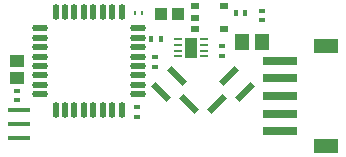
<source format=gtp>
G04*
G04 #@! TF.GenerationSoftware,Altium Limited,Altium Designer,22.6.1 (34)*
G04*
G04 Layer_Color=8421504*
%FSLAX25Y25*%
%MOIN*%
G70*
G04*
G04 #@! TF.SameCoordinates,96458179-A28E-47A4-AC93-062C7FCE65E1*
G04*
G04*
G04 #@! TF.FilePolarity,Positive*
G04*
G01*
G75*
%ADD16R,0.03937X0.04331*%
%ADD17O,0.05315X0.02165*%
%ADD18O,0.02165X0.05315*%
%ADD19R,0.11800X0.02800*%
%ADD20R,0.07900X0.04700*%
%ADD21R,0.02500X0.00984*%
%ADD22R,0.03937X0.06693*%
G04:AMPARAMS|DCode=23|XSize=21.65mil|YSize=70.87mil|CornerRadius=0mil|HoleSize=0mil|Usage=FLASHONLY|Rotation=45.000|XOffset=0mil|YOffset=0mil|HoleType=Round|Shape=Rectangle|*
%AMROTATEDRECTD23*
4,1,4,0.01740,-0.03271,-0.03271,0.01740,-0.01740,0.03271,0.03271,-0.01740,0.01740,-0.03271,0.0*
%
%ADD23ROTATEDRECTD23*%

%ADD24R,0.01575X0.01968*%
%ADD25R,0.03150X0.02165*%
G04:AMPARAMS|DCode=26|XSize=21.65mil|YSize=70.87mil|CornerRadius=0mil|HoleSize=0mil|Usage=FLASHONLY|Rotation=315.000|XOffset=0mil|YOffset=0mil|HoleType=Round|Shape=Rectangle|*
%AMROTATEDRECTD26*
4,1,4,-0.03271,-0.01740,0.01740,0.03271,0.03271,0.01740,-0.01740,-0.03271,-0.03271,-0.01740,0.0*
%
%ADD26ROTATEDRECTD26*%

%ADD27R,0.01968X0.01575*%
%ADD28R,0.04528X0.05709*%
%ADD29R,0.07480X0.01575*%
%ADD30R,0.05151X0.03960*%
%ADD31R,0.00984X0.01181*%
D16*
X57956Y56500D02*
D03*
X52444D02*
D03*
D17*
X44500Y51700D02*
D03*
X11823D02*
D03*
Y48550D02*
D03*
Y45401D02*
D03*
Y42251D02*
D03*
Y39102D02*
D03*
Y35952D02*
D03*
Y32802D02*
D03*
Y29653D02*
D03*
X44500D02*
D03*
Y32802D02*
D03*
Y35952D02*
D03*
Y39102D02*
D03*
Y42251D02*
D03*
Y45401D02*
D03*
Y48550D02*
D03*
D18*
X17138Y24338D02*
D03*
X20287D02*
D03*
X23437D02*
D03*
X26587D02*
D03*
X29736D02*
D03*
X32886D02*
D03*
X36035D02*
D03*
X39185D02*
D03*
Y57015D02*
D03*
X36035D02*
D03*
X32886D02*
D03*
X29736D02*
D03*
X26587D02*
D03*
X23437D02*
D03*
X20287D02*
D03*
X17138D02*
D03*
D19*
X91900Y40911D02*
D03*
Y35006D02*
D03*
Y29100D02*
D03*
Y23195D02*
D03*
Y17289D02*
D03*
D20*
X107262Y45832D02*
D03*
Y12368D02*
D03*
D21*
X58097Y42294D02*
D03*
X66503D02*
D03*
X58097Y44263D02*
D03*
Y46232D02*
D03*
Y48200D02*
D03*
X66503Y44263D02*
D03*
Y46232D02*
D03*
Y48200D02*
D03*
D22*
X62300Y45200D02*
D03*
D23*
X61600Y26400D02*
D03*
X52274Y30437D02*
D03*
X57563Y35726D02*
D03*
D24*
X49050Y48100D02*
D03*
X52200D02*
D03*
X80375Y56900D02*
D03*
X77225D02*
D03*
D25*
X73149Y51500D02*
D03*
X63700D02*
D03*
Y55240D02*
D03*
X73149Y58980D02*
D03*
X63700D02*
D03*
D26*
X80226Y30437D02*
D03*
X74937Y35726D02*
D03*
X70900Y26400D02*
D03*
D27*
X72600Y42525D02*
D03*
Y45675D02*
D03*
X50200Y42050D02*
D03*
Y38900D02*
D03*
X85900Y54425D02*
D03*
Y57575D02*
D03*
X4200Y30850D02*
D03*
Y27700D02*
D03*
X44425Y25275D02*
D03*
Y22125D02*
D03*
D28*
X86045Y47100D02*
D03*
X79155D02*
D03*
D29*
X5100Y24524D02*
D03*
Y19800D02*
D03*
Y15076D02*
D03*
D30*
X4200Y35000D02*
D03*
Y40718D02*
D03*
D31*
X43638Y56800D02*
D03*
X46000D02*
D03*
M02*

</source>
